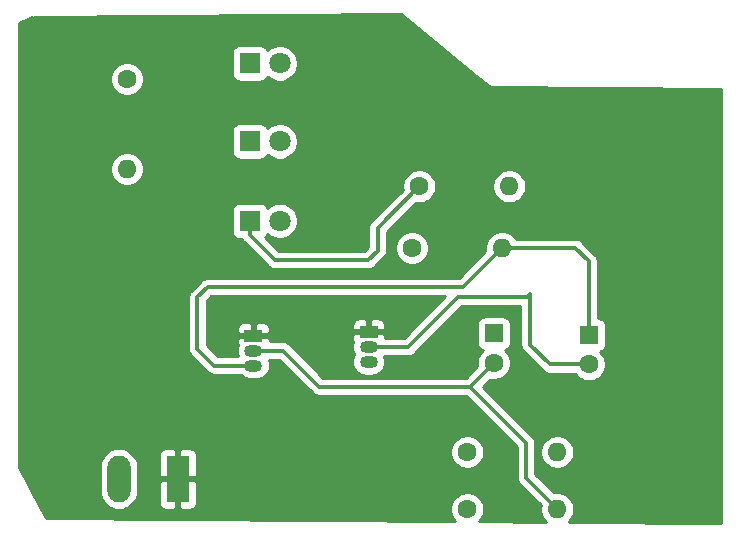
<source format=gbr>
%TF.GenerationSoftware,KiCad,Pcbnew,(5.1.6)-1*%
%TF.CreationDate,2020-09-30T19:57:20-06:00*%
%TF.ProjectId,PCB_LDE,5043425f-4c44-4452-9e6b-696361645f70,v1.0*%
%TF.SameCoordinates,Original*%
%TF.FileFunction,Copper,L2,Bot*%
%TF.FilePolarity,Positive*%
%FSLAX46Y46*%
G04 Gerber Fmt 4.6, Leading zero omitted, Abs format (unit mm)*
G04 Created by KiCad (PCBNEW (5.1.6)-1) date 2020-09-30 19:57:20*
%MOMM*%
%LPD*%
G01*
G04 APERTURE LIST*
%TA.AperFunction,ComponentPad*%
%ADD10R,1.600000X1.600000*%
%TD*%
%TA.AperFunction,ComponentPad*%
%ADD11C,1.600000*%
%TD*%
%TA.AperFunction,ComponentPad*%
%ADD12R,1.800000X1.800000*%
%TD*%
%TA.AperFunction,ComponentPad*%
%ADD13C,1.800000*%
%TD*%
%TA.AperFunction,ComponentPad*%
%ADD14O,1.500000X1.050000*%
%TD*%
%TA.AperFunction,ComponentPad*%
%ADD15R,1.500000X1.050000*%
%TD*%
%TA.AperFunction,ComponentPad*%
%ADD16O,1.600000X1.600000*%
%TD*%
%TA.AperFunction,ComponentPad*%
%ADD17R,1.980000X3.960000*%
%TD*%
%TA.AperFunction,ComponentPad*%
%ADD18O,1.980000X3.960000*%
%TD*%
%TA.AperFunction,Conductor*%
%ADD19C,0.300000*%
%TD*%
%TA.AperFunction,Conductor*%
%ADD20C,0.254000*%
%TD*%
G04 APERTURE END LIST*
D10*
%TO.P,C1,1*%
%TO.N,Net-(C1-Pad1)*%
X154559000Y-105156000D03*
D11*
%TO.P,C1,2*%
%TO.N,Net-(C1-Pad2)*%
X154559000Y-107656000D03*
%TD*%
%TO.P,C2,2*%
%TO.N,Net-(C2-Pad2)*%
X146507200Y-107529000D03*
D10*
%TO.P,C2,1*%
%TO.N,Net-(C2-Pad1)*%
X146507200Y-105029000D03*
%TD*%
D12*
%TO.P,D1,1*%
%TO.N,Net-(D1-Pad1)*%
X125857000Y-82169000D03*
D13*
%TO.P,D1,2*%
%TO.N,VCC*%
X128397000Y-82169000D03*
%TD*%
%TO.P,D2,2*%
%TO.N,VCC*%
X128397000Y-95504000D03*
D12*
%TO.P,D2,1*%
%TO.N,Net-(D2-Pad1)*%
X125857000Y-95504000D03*
%TD*%
%TO.P,D3,1*%
%TO.N,Net-(D3-Pad1)*%
X125857000Y-88773000D03*
D13*
%TO.P,D3,2*%
%TO.N,VCC*%
X128397000Y-88773000D03*
%TD*%
D14*
%TO.P,Q1,2*%
%TO.N,Net-(C2-Pad2)*%
X126161800Y-106476800D03*
%TO.P,Q1,3*%
%TO.N,Net-(C1-Pad1)*%
X126161800Y-107746800D03*
D15*
%TO.P,Q1,1*%
%TO.N,Earth*%
X126161800Y-105206800D03*
%TD*%
%TO.P,Q2,1*%
%TO.N,Earth*%
X135915400Y-104902000D03*
D14*
%TO.P,Q2,3*%
%TO.N,Net-(C2-Pad1)*%
X135915400Y-107442000D03*
%TO.P,Q2,2*%
%TO.N,Net-(C1-Pad2)*%
X135915400Y-106172000D03*
%TD*%
D11*
%TO.P,R1,1*%
%TO.N,Net-(D1-Pad1)*%
X139573000Y-97790000D03*
D16*
%TO.P,R1,2*%
%TO.N,Net-(C1-Pad1)*%
X147193000Y-97790000D03*
%TD*%
D11*
%TO.P,R2,1*%
%TO.N,Net-(D2-Pad1)*%
X140208000Y-92583000D03*
D16*
%TO.P,R2,2*%
%TO.N,Net-(C1-Pad1)*%
X147828000Y-92583000D03*
%TD*%
%TO.P,R3,2*%
%TO.N,Net-(C2-Pad2)*%
X151892000Y-119888000D03*
D11*
%TO.P,R3,1*%
%TO.N,VCC*%
X144272000Y-119888000D03*
%TD*%
%TO.P,R4,1*%
%TO.N,VCC*%
X115443000Y-83489800D03*
D16*
%TO.P,R4,2*%
%TO.N,Net-(C1-Pad2)*%
X115443000Y-91109800D03*
%TD*%
%TO.P,R5,2*%
%TO.N,Net-(C2-Pad1)*%
X151892000Y-115062000D03*
D11*
%TO.P,R5,1*%
%TO.N,Net-(D3-Pad1)*%
X144272000Y-115062000D03*
%TD*%
D17*
%TO.P,J1,1*%
%TO.N,Earth*%
X119761000Y-117348000D03*
D18*
%TO.P,J1,2*%
%TO.N,VCC*%
X114761000Y-117348000D03*
%TD*%
D19*
%TO.N,Net-(C1-Pad1)*%
X126161800Y-107746800D02*
X122834400Y-107746800D01*
X122834400Y-107746800D02*
X121412000Y-106324400D01*
X121412000Y-106324400D02*
X121412000Y-101981000D01*
X121412000Y-101981000D02*
X122275600Y-101117400D01*
X143865600Y-101117400D02*
X147193000Y-97790000D01*
X122275600Y-101117400D02*
X143865600Y-101117400D01*
X147193000Y-97790000D02*
X153416000Y-97790000D01*
X154559000Y-98933000D02*
X154559000Y-105156000D01*
X153416000Y-97790000D02*
X154559000Y-98933000D01*
%TO.N,Net-(C1-Pad2)*%
X154559000Y-107656000D02*
X151242400Y-107656000D01*
X151242400Y-107656000D02*
X149555200Y-105968800D01*
X149555200Y-105968800D02*
X149555200Y-101727000D01*
X149555200Y-101727000D02*
X149377400Y-101904800D01*
X149377400Y-101904800D02*
X143510000Y-101904800D01*
X139242800Y-106172000D02*
X135915400Y-106172000D01*
X143510000Y-101904800D02*
X139242800Y-106172000D01*
%TO.N,Net-(C2-Pad2)*%
X126161800Y-106476800D02*
X128676400Y-106476800D01*
X128676400Y-106476800D02*
X131749800Y-109550200D01*
X144486000Y-109550200D02*
X146507200Y-107529000D01*
X131749800Y-109550200D02*
X144486000Y-109550200D01*
X151892000Y-119888000D02*
X149250400Y-117246400D01*
X149250400Y-114314600D02*
X144486000Y-109550200D01*
X149250400Y-117246400D02*
X149250400Y-114314600D01*
%TO.N,Net-(D2-Pad1)*%
X125857000Y-96704000D02*
X127984400Y-98831400D01*
X125857000Y-95504000D02*
X125857000Y-96704000D01*
X127984400Y-98831400D02*
X135864600Y-98831400D01*
X135864600Y-98831400D02*
X136677400Y-98018600D01*
X136677400Y-96113600D02*
X140208000Y-92583000D01*
X136677400Y-98018600D02*
X136677400Y-96113600D01*
%TD*%
D20*
%TO.N,Earth*%
G36*
X144978212Y-83231860D02*
G01*
X144980630Y-83233821D01*
X146072830Y-84097421D01*
X146093779Y-84110874D01*
X146116949Y-84119982D01*
X146149966Y-84124789D01*
X165760227Y-84377173D01*
X165709776Y-121055555D01*
X152839340Y-120970056D01*
X153006637Y-120802759D01*
X153163680Y-120567727D01*
X153271853Y-120306574D01*
X153327000Y-120029335D01*
X153327000Y-119746665D01*
X153271853Y-119469426D01*
X153163680Y-119208273D01*
X153006637Y-118973241D01*
X152806759Y-118773363D01*
X152571727Y-118616320D01*
X152310574Y-118508147D01*
X152033335Y-118453000D01*
X151750665Y-118453000D01*
X151597603Y-118483446D01*
X150035400Y-116921243D01*
X150035400Y-114920665D01*
X150457000Y-114920665D01*
X150457000Y-115203335D01*
X150512147Y-115480574D01*
X150620320Y-115741727D01*
X150777363Y-115976759D01*
X150977241Y-116176637D01*
X151212273Y-116333680D01*
X151473426Y-116441853D01*
X151750665Y-116497000D01*
X152033335Y-116497000D01*
X152310574Y-116441853D01*
X152571727Y-116333680D01*
X152806759Y-116176637D01*
X153006637Y-115976759D01*
X153163680Y-115741727D01*
X153271853Y-115480574D01*
X153327000Y-115203335D01*
X153327000Y-114920665D01*
X153271853Y-114643426D01*
X153163680Y-114382273D01*
X153006637Y-114147241D01*
X152806759Y-113947363D01*
X152571727Y-113790320D01*
X152310574Y-113682147D01*
X152033335Y-113627000D01*
X151750665Y-113627000D01*
X151473426Y-113682147D01*
X151212273Y-113790320D01*
X150977241Y-113947363D01*
X150777363Y-114147241D01*
X150620320Y-114382273D01*
X150512147Y-114643426D01*
X150457000Y-114920665D01*
X150035400Y-114920665D01*
X150035400Y-114353152D01*
X150039197Y-114314599D01*
X150035400Y-114276046D01*
X150035400Y-114276039D01*
X150024041Y-114160713D01*
X150019955Y-114147241D01*
X149979154Y-114012740D01*
X149906262Y-113876367D01*
X149808164Y-113756836D01*
X149778216Y-113732258D01*
X145596157Y-109550200D01*
X146212804Y-108933554D01*
X146365865Y-108964000D01*
X146648535Y-108964000D01*
X146925774Y-108908853D01*
X147186927Y-108800680D01*
X147421959Y-108643637D01*
X147621837Y-108443759D01*
X147778880Y-108208727D01*
X147887053Y-107947574D01*
X147942200Y-107670335D01*
X147942200Y-107387665D01*
X147887053Y-107110426D01*
X147778880Y-106849273D01*
X147621837Y-106614241D01*
X147455257Y-106447661D01*
X147551380Y-106418502D01*
X147661694Y-106359537D01*
X147758385Y-106280185D01*
X147837737Y-106183494D01*
X147896702Y-106073180D01*
X147933012Y-105953482D01*
X147945272Y-105829000D01*
X147945272Y-104229000D01*
X147933012Y-104104518D01*
X147896702Y-103984820D01*
X147837737Y-103874506D01*
X147758385Y-103777815D01*
X147661694Y-103698463D01*
X147551380Y-103639498D01*
X147431682Y-103603188D01*
X147307200Y-103590928D01*
X145707200Y-103590928D01*
X145582718Y-103603188D01*
X145463020Y-103639498D01*
X145352706Y-103698463D01*
X145256015Y-103777815D01*
X145176663Y-103874506D01*
X145117698Y-103984820D01*
X145081388Y-104104518D01*
X145069128Y-104229000D01*
X145069128Y-105829000D01*
X145081388Y-105953482D01*
X145117698Y-106073180D01*
X145176663Y-106183494D01*
X145256015Y-106280185D01*
X145352706Y-106359537D01*
X145463020Y-106418502D01*
X145559143Y-106447661D01*
X145392563Y-106614241D01*
X145235520Y-106849273D01*
X145127347Y-107110426D01*
X145072200Y-107387665D01*
X145072200Y-107670335D01*
X145102646Y-107823396D01*
X144160843Y-108765200D01*
X132074958Y-108765200D01*
X129258747Y-105948990D01*
X129234164Y-105919036D01*
X129114633Y-105820938D01*
X128978260Y-105748046D01*
X128830287Y-105703159D01*
X128714961Y-105691800D01*
X128714953Y-105691800D01*
X128676400Y-105688003D01*
X128637847Y-105691800D01*
X127549358Y-105691800D01*
X127546800Y-105492550D01*
X127388050Y-105333800D01*
X126614909Y-105333800D01*
X126614200Y-105333585D01*
X126443779Y-105316800D01*
X125879821Y-105316800D01*
X125709400Y-105333585D01*
X125708691Y-105333800D01*
X124935550Y-105333800D01*
X124776800Y-105492550D01*
X124773728Y-105731800D01*
X124785988Y-105856282D01*
X124822298Y-105975980D01*
X124856893Y-106040702D01*
X124793585Y-106249400D01*
X124771188Y-106476800D01*
X124793585Y-106704200D01*
X124859915Y-106922860D01*
X124880729Y-106961800D01*
X123159558Y-106961800D01*
X122197000Y-105999243D01*
X122197000Y-104681800D01*
X124773728Y-104681800D01*
X124776800Y-104921050D01*
X124935550Y-105079800D01*
X126034800Y-105079800D01*
X126034800Y-104205550D01*
X126288800Y-104205550D01*
X126288800Y-105079800D01*
X127388050Y-105079800D01*
X127546800Y-104921050D01*
X127549872Y-104681800D01*
X127537612Y-104557318D01*
X127501302Y-104437620D01*
X127468900Y-104377000D01*
X134527328Y-104377000D01*
X134530400Y-104616250D01*
X134689150Y-104775000D01*
X135788400Y-104775000D01*
X135788400Y-103900750D01*
X136042400Y-103900750D01*
X136042400Y-104775000D01*
X137141650Y-104775000D01*
X137300400Y-104616250D01*
X137303472Y-104377000D01*
X137291212Y-104252518D01*
X137254902Y-104132820D01*
X137195937Y-104022506D01*
X137116585Y-103925815D01*
X137019894Y-103846463D01*
X136909580Y-103787498D01*
X136789882Y-103751188D01*
X136665400Y-103738928D01*
X136201150Y-103742000D01*
X136042400Y-103900750D01*
X135788400Y-103900750D01*
X135629650Y-103742000D01*
X135165400Y-103738928D01*
X135040918Y-103751188D01*
X134921220Y-103787498D01*
X134810906Y-103846463D01*
X134714215Y-103925815D01*
X134634863Y-104022506D01*
X134575898Y-104132820D01*
X134539588Y-104252518D01*
X134527328Y-104377000D01*
X127468900Y-104377000D01*
X127442337Y-104327306D01*
X127362985Y-104230615D01*
X127266294Y-104151263D01*
X127155980Y-104092298D01*
X127036282Y-104055988D01*
X126911800Y-104043728D01*
X126447550Y-104046800D01*
X126288800Y-104205550D01*
X126034800Y-104205550D01*
X125876050Y-104046800D01*
X125411800Y-104043728D01*
X125287318Y-104055988D01*
X125167620Y-104092298D01*
X125057306Y-104151263D01*
X124960615Y-104230615D01*
X124881263Y-104327306D01*
X124822298Y-104437620D01*
X124785988Y-104557318D01*
X124773728Y-104681800D01*
X122197000Y-104681800D01*
X122197000Y-102306157D01*
X122600757Y-101902400D01*
X142402242Y-101902400D01*
X138917643Y-105387000D01*
X137302958Y-105387000D01*
X137300400Y-105187750D01*
X137141650Y-105029000D01*
X136368509Y-105029000D01*
X136367800Y-105028785D01*
X136197379Y-105012000D01*
X135633421Y-105012000D01*
X135463000Y-105028785D01*
X135462291Y-105029000D01*
X134689150Y-105029000D01*
X134530400Y-105187750D01*
X134527328Y-105427000D01*
X134539588Y-105551482D01*
X134575898Y-105671180D01*
X134610493Y-105735902D01*
X134547185Y-105944600D01*
X134524788Y-106172000D01*
X134547185Y-106399400D01*
X134613515Y-106618060D01*
X134714505Y-106807000D01*
X134613515Y-106995940D01*
X134547185Y-107214600D01*
X134524788Y-107442000D01*
X134547185Y-107669400D01*
X134613515Y-107888060D01*
X134721229Y-108089579D01*
X134866188Y-108266212D01*
X135042821Y-108411171D01*
X135244340Y-108518885D01*
X135463000Y-108585215D01*
X135633421Y-108602000D01*
X136197379Y-108602000D01*
X136367800Y-108585215D01*
X136586460Y-108518885D01*
X136787979Y-108411171D01*
X136964612Y-108266212D01*
X137109571Y-108089579D01*
X137217285Y-107888060D01*
X137283615Y-107669400D01*
X137306012Y-107442000D01*
X137283615Y-107214600D01*
X137217285Y-106995940D01*
X137196471Y-106957000D01*
X139204247Y-106957000D01*
X139242800Y-106960797D01*
X139281353Y-106957000D01*
X139281361Y-106957000D01*
X139396687Y-106945641D01*
X139544660Y-106900754D01*
X139681033Y-106827862D01*
X139800564Y-106729764D01*
X139825147Y-106699810D01*
X143835158Y-102689800D01*
X148770201Y-102689800D01*
X148770200Y-105930247D01*
X148766403Y-105968800D01*
X148770200Y-106007353D01*
X148770200Y-106007360D01*
X148781559Y-106122686D01*
X148826446Y-106270659D01*
X148899338Y-106407032D01*
X148997436Y-106526564D01*
X149027390Y-106551147D01*
X150660058Y-108183816D01*
X150684636Y-108213764D01*
X150714584Y-108238342D01*
X150714587Y-108238345D01*
X150743959Y-108262450D01*
X150804167Y-108311862D01*
X150940540Y-108384754D01*
X151088512Y-108429641D01*
X151102890Y-108431057D01*
X151203839Y-108441000D01*
X151203846Y-108441000D01*
X151242399Y-108444797D01*
X151280952Y-108441000D01*
X153357661Y-108441000D01*
X153444363Y-108570759D01*
X153644241Y-108770637D01*
X153879273Y-108927680D01*
X154140426Y-109035853D01*
X154417665Y-109091000D01*
X154700335Y-109091000D01*
X154977574Y-109035853D01*
X155238727Y-108927680D01*
X155473759Y-108770637D01*
X155673637Y-108570759D01*
X155830680Y-108335727D01*
X155938853Y-108074574D01*
X155994000Y-107797335D01*
X155994000Y-107514665D01*
X155938853Y-107237426D01*
X155830680Y-106976273D01*
X155673637Y-106741241D01*
X155507057Y-106574661D01*
X155603180Y-106545502D01*
X155713494Y-106486537D01*
X155810185Y-106407185D01*
X155889537Y-106310494D01*
X155948502Y-106200180D01*
X155984812Y-106080482D01*
X155997072Y-105956000D01*
X155997072Y-104356000D01*
X155984812Y-104231518D01*
X155948502Y-104111820D01*
X155889537Y-104001506D01*
X155810185Y-103904815D01*
X155713494Y-103825463D01*
X155603180Y-103766498D01*
X155483482Y-103730188D01*
X155359000Y-103717928D01*
X155344000Y-103717928D01*
X155344000Y-98971552D01*
X155347797Y-98932999D01*
X155344000Y-98894446D01*
X155344000Y-98894439D01*
X155332641Y-98779113D01*
X155287754Y-98631140D01*
X155214862Y-98494767D01*
X155116764Y-98375236D01*
X155086817Y-98350659D01*
X153998347Y-97262190D01*
X153973764Y-97232236D01*
X153854233Y-97134138D01*
X153717860Y-97061246D01*
X153569887Y-97016359D01*
X153454561Y-97005000D01*
X153454553Y-97005000D01*
X153416000Y-97001203D01*
X153377447Y-97005000D01*
X148394339Y-97005000D01*
X148307637Y-96875241D01*
X148107759Y-96675363D01*
X147872727Y-96518320D01*
X147611574Y-96410147D01*
X147334335Y-96355000D01*
X147051665Y-96355000D01*
X146774426Y-96410147D01*
X146513273Y-96518320D01*
X146278241Y-96675363D01*
X146078363Y-96875241D01*
X145921320Y-97110273D01*
X145813147Y-97371426D01*
X145758000Y-97648665D01*
X145758000Y-97931335D01*
X145788446Y-98084396D01*
X143540443Y-100332400D01*
X122314156Y-100332400D01*
X122275600Y-100328603D01*
X122237044Y-100332400D01*
X122237039Y-100332400D01*
X122196626Y-100336380D01*
X122121713Y-100343758D01*
X121973740Y-100388646D01*
X121837367Y-100461538D01*
X121717836Y-100559636D01*
X121693255Y-100589588D01*
X120884185Y-101398658D01*
X120854237Y-101423236D01*
X120829659Y-101453184D01*
X120829655Y-101453188D01*
X120796690Y-101493356D01*
X120756139Y-101542767D01*
X120723976Y-101602940D01*
X120683246Y-101679141D01*
X120638359Y-101827114D01*
X120623203Y-101981000D01*
X120627001Y-102019563D01*
X120627000Y-106285847D01*
X120623203Y-106324400D01*
X120627000Y-106362953D01*
X120627000Y-106362960D01*
X120638359Y-106478286D01*
X120683246Y-106626259D01*
X120756138Y-106762632D01*
X120854236Y-106882164D01*
X120884190Y-106906747D01*
X122252058Y-108274616D01*
X122276636Y-108304564D01*
X122306584Y-108329142D01*
X122306587Y-108329145D01*
X122335959Y-108353250D01*
X122396167Y-108402662D01*
X122532540Y-108475554D01*
X122646072Y-108509994D01*
X122680512Y-108520441D01*
X122694890Y-108521857D01*
X122795839Y-108531800D01*
X122795846Y-108531800D01*
X122834399Y-108535597D01*
X122872952Y-108531800D01*
X125080408Y-108531800D01*
X125112588Y-108571012D01*
X125289221Y-108715971D01*
X125490740Y-108823685D01*
X125709400Y-108890015D01*
X125879821Y-108906800D01*
X126443779Y-108906800D01*
X126614200Y-108890015D01*
X126832860Y-108823685D01*
X127034379Y-108715971D01*
X127211012Y-108571012D01*
X127355971Y-108394379D01*
X127463685Y-108192860D01*
X127530015Y-107974200D01*
X127552412Y-107746800D01*
X127530015Y-107519400D01*
X127463685Y-107300740D01*
X127442871Y-107261800D01*
X128351243Y-107261800D01*
X131167458Y-110078016D01*
X131192036Y-110107964D01*
X131221984Y-110132542D01*
X131221987Y-110132545D01*
X131251359Y-110156650D01*
X131311567Y-110206062D01*
X131447940Y-110278954D01*
X131595913Y-110323842D01*
X131670826Y-110331220D01*
X131711239Y-110335200D01*
X131711244Y-110335200D01*
X131749800Y-110338997D01*
X131788355Y-110335200D01*
X144160843Y-110335200D01*
X148465401Y-114639759D01*
X148465400Y-117207847D01*
X148461603Y-117246400D01*
X148465400Y-117284953D01*
X148465400Y-117284960D01*
X148476759Y-117400286D01*
X148521646Y-117548259D01*
X148594538Y-117684632D01*
X148692636Y-117804164D01*
X148722590Y-117828747D01*
X150487446Y-119593603D01*
X150457000Y-119746665D01*
X150457000Y-120029335D01*
X150512147Y-120306574D01*
X150620320Y-120567727D01*
X150777363Y-120802759D01*
X150931990Y-120957386D01*
X145269626Y-120919770D01*
X145386637Y-120802759D01*
X145543680Y-120567727D01*
X145651853Y-120306574D01*
X145707000Y-120029335D01*
X145707000Y-119746665D01*
X145651853Y-119469426D01*
X145543680Y-119208273D01*
X145386637Y-118973241D01*
X145186759Y-118773363D01*
X144951727Y-118616320D01*
X144690574Y-118508147D01*
X144413335Y-118453000D01*
X144130665Y-118453000D01*
X143853426Y-118508147D01*
X143592273Y-118616320D01*
X143357241Y-118773363D01*
X143157363Y-118973241D01*
X143000320Y-119208273D01*
X142892147Y-119469426D01*
X142837000Y-119746665D01*
X142837000Y-120029335D01*
X142892147Y-120306574D01*
X143000320Y-120567727D01*
X143157363Y-120802759D01*
X143261031Y-120906427D01*
X108560959Y-120675913D01*
X107392982Y-118417823D01*
X113136000Y-118417823D01*
X113159513Y-118656555D01*
X113252432Y-118962868D01*
X113403325Y-119245169D01*
X113606392Y-119492608D01*
X113853830Y-119695675D01*
X114136131Y-119846568D01*
X114442444Y-119939487D01*
X114761000Y-119970862D01*
X115079555Y-119939487D01*
X115385868Y-119846568D01*
X115668169Y-119695675D01*
X115915608Y-119492608D01*
X116050698Y-119328000D01*
X118132928Y-119328000D01*
X118145188Y-119452482D01*
X118181498Y-119572180D01*
X118240463Y-119682494D01*
X118319815Y-119779185D01*
X118416506Y-119858537D01*
X118526820Y-119917502D01*
X118646518Y-119953812D01*
X118771000Y-119966072D01*
X119475250Y-119963000D01*
X119634000Y-119804250D01*
X119634000Y-117475000D01*
X119888000Y-117475000D01*
X119888000Y-119804250D01*
X120046750Y-119963000D01*
X120751000Y-119966072D01*
X120875482Y-119953812D01*
X120995180Y-119917502D01*
X121105494Y-119858537D01*
X121202185Y-119779185D01*
X121281537Y-119682494D01*
X121340502Y-119572180D01*
X121376812Y-119452482D01*
X121389072Y-119328000D01*
X121386000Y-117633750D01*
X121227250Y-117475000D01*
X119888000Y-117475000D01*
X119634000Y-117475000D01*
X118294750Y-117475000D01*
X118136000Y-117633750D01*
X118132928Y-119328000D01*
X116050698Y-119328000D01*
X116118675Y-119245170D01*
X116269568Y-118962869D01*
X116362487Y-118656556D01*
X116386000Y-118417824D01*
X116386000Y-116278176D01*
X116362487Y-116039444D01*
X116269568Y-115733131D01*
X116118675Y-115450830D01*
X116050699Y-115368000D01*
X118132928Y-115368000D01*
X118136000Y-117062250D01*
X118294750Y-117221000D01*
X119634000Y-117221000D01*
X119634000Y-114891750D01*
X119888000Y-114891750D01*
X119888000Y-117221000D01*
X121227250Y-117221000D01*
X121386000Y-117062250D01*
X121389072Y-115368000D01*
X121376812Y-115243518D01*
X121340502Y-115123820D01*
X121281537Y-115013506D01*
X121205345Y-114920665D01*
X142837000Y-114920665D01*
X142837000Y-115203335D01*
X142892147Y-115480574D01*
X143000320Y-115741727D01*
X143157363Y-115976759D01*
X143357241Y-116176637D01*
X143592273Y-116333680D01*
X143853426Y-116441853D01*
X144130665Y-116497000D01*
X144413335Y-116497000D01*
X144690574Y-116441853D01*
X144951727Y-116333680D01*
X145186759Y-116176637D01*
X145386637Y-115976759D01*
X145543680Y-115741727D01*
X145651853Y-115480574D01*
X145707000Y-115203335D01*
X145707000Y-114920665D01*
X145651853Y-114643426D01*
X145543680Y-114382273D01*
X145386637Y-114147241D01*
X145186759Y-113947363D01*
X144951727Y-113790320D01*
X144690574Y-113682147D01*
X144413335Y-113627000D01*
X144130665Y-113627000D01*
X143853426Y-113682147D01*
X143592273Y-113790320D01*
X143357241Y-113947363D01*
X143157363Y-114147241D01*
X143000320Y-114382273D01*
X142892147Y-114643426D01*
X142837000Y-114920665D01*
X121205345Y-114920665D01*
X121202185Y-114916815D01*
X121105494Y-114837463D01*
X120995180Y-114778498D01*
X120875482Y-114742188D01*
X120751000Y-114729928D01*
X120046750Y-114733000D01*
X119888000Y-114891750D01*
X119634000Y-114891750D01*
X119475250Y-114733000D01*
X118771000Y-114729928D01*
X118646518Y-114742188D01*
X118526820Y-114778498D01*
X118416506Y-114837463D01*
X118319815Y-114916815D01*
X118240463Y-115013506D01*
X118181498Y-115123820D01*
X118145188Y-115243518D01*
X118132928Y-115368000D01*
X116050699Y-115368000D01*
X115915608Y-115203392D01*
X115668170Y-115000325D01*
X115385869Y-114849432D01*
X115079556Y-114756513D01*
X114761000Y-114725138D01*
X114442445Y-114756513D01*
X114136132Y-114849432D01*
X113853831Y-115000325D01*
X113606393Y-115203392D01*
X113403326Y-115450830D01*
X113252433Y-115733131D01*
X113159514Y-116039444D01*
X113136001Y-116278176D01*
X113136000Y-118417823D01*
X107392982Y-118417823D01*
X106324400Y-116351899D01*
X106324400Y-94604000D01*
X124318928Y-94604000D01*
X124318928Y-96404000D01*
X124331188Y-96528482D01*
X124367498Y-96648180D01*
X124426463Y-96758494D01*
X124505815Y-96855185D01*
X124602506Y-96934537D01*
X124712820Y-96993502D01*
X124832518Y-97029812D01*
X124957000Y-97042072D01*
X125147602Y-97042072D01*
X125201139Y-97142233D01*
X125241690Y-97191644D01*
X125274655Y-97231812D01*
X125274659Y-97231816D01*
X125299237Y-97261764D01*
X125329185Y-97286342D01*
X127402058Y-99359216D01*
X127426636Y-99389164D01*
X127456584Y-99413742D01*
X127456587Y-99413745D01*
X127485959Y-99437850D01*
X127546167Y-99487262D01*
X127682540Y-99560154D01*
X127830513Y-99605042D01*
X127905426Y-99612420D01*
X127945839Y-99616400D01*
X127945844Y-99616400D01*
X127984400Y-99620197D01*
X128022955Y-99616400D01*
X135826047Y-99616400D01*
X135864600Y-99620197D01*
X135903153Y-99616400D01*
X135903161Y-99616400D01*
X136018487Y-99605041D01*
X136166460Y-99560154D01*
X136302833Y-99487262D01*
X136422364Y-99389164D01*
X136446947Y-99359210D01*
X137205211Y-98600946D01*
X137235164Y-98576364D01*
X137333262Y-98456833D01*
X137406154Y-98320460D01*
X137434131Y-98228233D01*
X137451042Y-98172487D01*
X137462341Y-98057759D01*
X137462400Y-98057161D01*
X137462400Y-98057156D01*
X137466197Y-98018600D01*
X137462400Y-97980044D01*
X137462400Y-97648665D01*
X138138000Y-97648665D01*
X138138000Y-97931335D01*
X138193147Y-98208574D01*
X138301320Y-98469727D01*
X138458363Y-98704759D01*
X138658241Y-98904637D01*
X138893273Y-99061680D01*
X139154426Y-99169853D01*
X139431665Y-99225000D01*
X139714335Y-99225000D01*
X139991574Y-99169853D01*
X140252727Y-99061680D01*
X140487759Y-98904637D01*
X140687637Y-98704759D01*
X140844680Y-98469727D01*
X140952853Y-98208574D01*
X141008000Y-97931335D01*
X141008000Y-97648665D01*
X140952853Y-97371426D01*
X140844680Y-97110273D01*
X140687637Y-96875241D01*
X140487759Y-96675363D01*
X140252727Y-96518320D01*
X139991574Y-96410147D01*
X139714335Y-96355000D01*
X139431665Y-96355000D01*
X139154426Y-96410147D01*
X138893273Y-96518320D01*
X138658241Y-96675363D01*
X138458363Y-96875241D01*
X138301320Y-97110273D01*
X138193147Y-97371426D01*
X138138000Y-97648665D01*
X137462400Y-97648665D01*
X137462400Y-96438757D01*
X139913604Y-93987554D01*
X140066665Y-94018000D01*
X140349335Y-94018000D01*
X140626574Y-93962853D01*
X140887727Y-93854680D01*
X141122759Y-93697637D01*
X141322637Y-93497759D01*
X141479680Y-93262727D01*
X141587853Y-93001574D01*
X141643000Y-92724335D01*
X141643000Y-92441665D01*
X146393000Y-92441665D01*
X146393000Y-92724335D01*
X146448147Y-93001574D01*
X146556320Y-93262727D01*
X146713363Y-93497759D01*
X146913241Y-93697637D01*
X147148273Y-93854680D01*
X147409426Y-93962853D01*
X147686665Y-94018000D01*
X147969335Y-94018000D01*
X148246574Y-93962853D01*
X148507727Y-93854680D01*
X148742759Y-93697637D01*
X148942637Y-93497759D01*
X149099680Y-93262727D01*
X149207853Y-93001574D01*
X149263000Y-92724335D01*
X149263000Y-92441665D01*
X149207853Y-92164426D01*
X149099680Y-91903273D01*
X148942637Y-91668241D01*
X148742759Y-91468363D01*
X148507727Y-91311320D01*
X148246574Y-91203147D01*
X147969335Y-91148000D01*
X147686665Y-91148000D01*
X147409426Y-91203147D01*
X147148273Y-91311320D01*
X146913241Y-91468363D01*
X146713363Y-91668241D01*
X146556320Y-91903273D01*
X146448147Y-92164426D01*
X146393000Y-92441665D01*
X141643000Y-92441665D01*
X141587853Y-92164426D01*
X141479680Y-91903273D01*
X141322637Y-91668241D01*
X141122759Y-91468363D01*
X140887727Y-91311320D01*
X140626574Y-91203147D01*
X140349335Y-91148000D01*
X140066665Y-91148000D01*
X139789426Y-91203147D01*
X139528273Y-91311320D01*
X139293241Y-91468363D01*
X139093363Y-91668241D01*
X138936320Y-91903273D01*
X138828147Y-92164426D01*
X138773000Y-92441665D01*
X138773000Y-92724335D01*
X138803446Y-92877396D01*
X136149585Y-95531258D01*
X136119637Y-95555836D01*
X136095059Y-95585784D01*
X136095055Y-95585788D01*
X136062090Y-95625956D01*
X136021539Y-95675367D01*
X135982577Y-95748260D01*
X135948646Y-95811741D01*
X135903759Y-95959714D01*
X135888603Y-96113600D01*
X135892401Y-96152162D01*
X135892400Y-97693443D01*
X135539443Y-98046400D01*
X128309558Y-98046400D01*
X127158839Y-96895682D01*
X127208185Y-96855185D01*
X127287537Y-96758494D01*
X127346502Y-96648180D01*
X127352056Y-96629873D01*
X127418495Y-96696312D01*
X127669905Y-96864299D01*
X127949257Y-96980011D01*
X128245816Y-97039000D01*
X128548184Y-97039000D01*
X128844743Y-96980011D01*
X129124095Y-96864299D01*
X129375505Y-96696312D01*
X129589312Y-96482505D01*
X129757299Y-96231095D01*
X129873011Y-95951743D01*
X129932000Y-95655184D01*
X129932000Y-95352816D01*
X129873011Y-95056257D01*
X129757299Y-94776905D01*
X129589312Y-94525495D01*
X129375505Y-94311688D01*
X129124095Y-94143701D01*
X128844743Y-94027989D01*
X128548184Y-93969000D01*
X128245816Y-93969000D01*
X127949257Y-94027989D01*
X127669905Y-94143701D01*
X127418495Y-94311688D01*
X127352056Y-94378127D01*
X127346502Y-94359820D01*
X127287537Y-94249506D01*
X127208185Y-94152815D01*
X127111494Y-94073463D01*
X127001180Y-94014498D01*
X126881482Y-93978188D01*
X126757000Y-93965928D01*
X124957000Y-93965928D01*
X124832518Y-93978188D01*
X124712820Y-94014498D01*
X124602506Y-94073463D01*
X124505815Y-94152815D01*
X124426463Y-94249506D01*
X124367498Y-94359820D01*
X124331188Y-94479518D01*
X124318928Y-94604000D01*
X106324400Y-94604000D01*
X106324400Y-90968465D01*
X114008000Y-90968465D01*
X114008000Y-91251135D01*
X114063147Y-91528374D01*
X114171320Y-91789527D01*
X114328363Y-92024559D01*
X114528241Y-92224437D01*
X114763273Y-92381480D01*
X115024426Y-92489653D01*
X115301665Y-92544800D01*
X115584335Y-92544800D01*
X115861574Y-92489653D01*
X116122727Y-92381480D01*
X116357759Y-92224437D01*
X116557637Y-92024559D01*
X116714680Y-91789527D01*
X116822853Y-91528374D01*
X116878000Y-91251135D01*
X116878000Y-90968465D01*
X116822853Y-90691226D01*
X116714680Y-90430073D01*
X116557637Y-90195041D01*
X116357759Y-89995163D01*
X116122727Y-89838120D01*
X115861574Y-89729947D01*
X115584335Y-89674800D01*
X115301665Y-89674800D01*
X115024426Y-89729947D01*
X114763273Y-89838120D01*
X114528241Y-89995163D01*
X114328363Y-90195041D01*
X114171320Y-90430073D01*
X114063147Y-90691226D01*
X114008000Y-90968465D01*
X106324400Y-90968465D01*
X106324400Y-87873000D01*
X124318928Y-87873000D01*
X124318928Y-89673000D01*
X124331188Y-89797482D01*
X124367498Y-89917180D01*
X124426463Y-90027494D01*
X124505815Y-90124185D01*
X124602506Y-90203537D01*
X124712820Y-90262502D01*
X124832518Y-90298812D01*
X124957000Y-90311072D01*
X126757000Y-90311072D01*
X126881482Y-90298812D01*
X127001180Y-90262502D01*
X127111494Y-90203537D01*
X127208185Y-90124185D01*
X127287537Y-90027494D01*
X127346502Y-89917180D01*
X127352056Y-89898873D01*
X127418495Y-89965312D01*
X127669905Y-90133299D01*
X127949257Y-90249011D01*
X128245816Y-90308000D01*
X128548184Y-90308000D01*
X128844743Y-90249011D01*
X129124095Y-90133299D01*
X129375505Y-89965312D01*
X129589312Y-89751505D01*
X129757299Y-89500095D01*
X129873011Y-89220743D01*
X129932000Y-88924184D01*
X129932000Y-88621816D01*
X129873011Y-88325257D01*
X129757299Y-88045905D01*
X129589312Y-87794495D01*
X129375505Y-87580688D01*
X129124095Y-87412701D01*
X128844743Y-87296989D01*
X128548184Y-87238000D01*
X128245816Y-87238000D01*
X127949257Y-87296989D01*
X127669905Y-87412701D01*
X127418495Y-87580688D01*
X127352056Y-87647127D01*
X127346502Y-87628820D01*
X127287537Y-87518506D01*
X127208185Y-87421815D01*
X127111494Y-87342463D01*
X127001180Y-87283498D01*
X126881482Y-87247188D01*
X126757000Y-87234928D01*
X124957000Y-87234928D01*
X124832518Y-87247188D01*
X124712820Y-87283498D01*
X124602506Y-87342463D01*
X124505815Y-87421815D01*
X124426463Y-87518506D01*
X124367498Y-87628820D01*
X124331188Y-87748518D01*
X124318928Y-87873000D01*
X106324400Y-87873000D01*
X106324400Y-83348465D01*
X114008000Y-83348465D01*
X114008000Y-83631135D01*
X114063147Y-83908374D01*
X114171320Y-84169527D01*
X114328363Y-84404559D01*
X114528241Y-84604437D01*
X114763273Y-84761480D01*
X115024426Y-84869653D01*
X115301665Y-84924800D01*
X115584335Y-84924800D01*
X115861574Y-84869653D01*
X116122727Y-84761480D01*
X116357759Y-84604437D01*
X116557637Y-84404559D01*
X116714680Y-84169527D01*
X116822853Y-83908374D01*
X116878000Y-83631135D01*
X116878000Y-83348465D01*
X116822853Y-83071226D01*
X116714680Y-82810073D01*
X116557637Y-82575041D01*
X116357759Y-82375163D01*
X116122727Y-82218120D01*
X115861574Y-82109947D01*
X115584335Y-82054800D01*
X115301665Y-82054800D01*
X115024426Y-82109947D01*
X114763273Y-82218120D01*
X114528241Y-82375163D01*
X114328363Y-82575041D01*
X114171320Y-82810073D01*
X114063147Y-83071226D01*
X114008000Y-83348465D01*
X106324400Y-83348465D01*
X106324400Y-81269000D01*
X124318928Y-81269000D01*
X124318928Y-83069000D01*
X124331188Y-83193482D01*
X124367498Y-83313180D01*
X124426463Y-83423494D01*
X124505815Y-83520185D01*
X124602506Y-83599537D01*
X124712820Y-83658502D01*
X124832518Y-83694812D01*
X124957000Y-83707072D01*
X126757000Y-83707072D01*
X126881482Y-83694812D01*
X127001180Y-83658502D01*
X127111494Y-83599537D01*
X127208185Y-83520185D01*
X127287537Y-83423494D01*
X127346502Y-83313180D01*
X127352056Y-83294873D01*
X127418495Y-83361312D01*
X127669905Y-83529299D01*
X127949257Y-83645011D01*
X128245816Y-83704000D01*
X128548184Y-83704000D01*
X128844743Y-83645011D01*
X129124095Y-83529299D01*
X129375505Y-83361312D01*
X129589312Y-83147505D01*
X129757299Y-82896095D01*
X129873011Y-82616743D01*
X129932000Y-82320184D01*
X129932000Y-82017816D01*
X129873011Y-81721257D01*
X129757299Y-81441905D01*
X129589312Y-81190495D01*
X129375505Y-80976688D01*
X129124095Y-80808701D01*
X128844743Y-80692989D01*
X128548184Y-80634000D01*
X128245816Y-80634000D01*
X127949257Y-80692989D01*
X127669905Y-80808701D01*
X127418495Y-80976688D01*
X127352056Y-81043127D01*
X127346502Y-81024820D01*
X127287537Y-80914506D01*
X127208185Y-80817815D01*
X127111494Y-80738463D01*
X127001180Y-80679498D01*
X126881482Y-80643188D01*
X126757000Y-80630928D01*
X124957000Y-80630928D01*
X124832518Y-80643188D01*
X124712820Y-80679498D01*
X124602506Y-80738463D01*
X124505815Y-80817815D01*
X124426463Y-80914506D01*
X124367498Y-81024820D01*
X124331188Y-81144518D01*
X124318928Y-81269000D01*
X106324400Y-81269000D01*
X106324400Y-78768383D01*
X107385350Y-78248309D01*
X107387129Y-78251646D01*
X107402903Y-78270908D01*
X107422132Y-78286722D01*
X107444076Y-78298482D01*
X107467893Y-78305734D01*
X107492666Y-78308200D01*
X107515518Y-78306151D01*
X107651738Y-78281384D01*
X138689400Y-78003811D01*
X144978212Y-83231860D01*
G37*
X144978212Y-83231860D02*
X144980630Y-83233821D01*
X146072830Y-84097421D01*
X146093779Y-84110874D01*
X146116949Y-84119982D01*
X146149966Y-84124789D01*
X165760227Y-84377173D01*
X165709776Y-121055555D01*
X152839340Y-120970056D01*
X153006637Y-120802759D01*
X153163680Y-120567727D01*
X153271853Y-120306574D01*
X153327000Y-120029335D01*
X153327000Y-119746665D01*
X153271853Y-119469426D01*
X153163680Y-119208273D01*
X153006637Y-118973241D01*
X152806759Y-118773363D01*
X152571727Y-118616320D01*
X152310574Y-118508147D01*
X152033335Y-118453000D01*
X151750665Y-118453000D01*
X151597603Y-118483446D01*
X150035400Y-116921243D01*
X150035400Y-114920665D01*
X150457000Y-114920665D01*
X150457000Y-115203335D01*
X150512147Y-115480574D01*
X150620320Y-115741727D01*
X150777363Y-115976759D01*
X150977241Y-116176637D01*
X151212273Y-116333680D01*
X151473426Y-116441853D01*
X151750665Y-116497000D01*
X152033335Y-116497000D01*
X152310574Y-116441853D01*
X152571727Y-116333680D01*
X152806759Y-116176637D01*
X153006637Y-115976759D01*
X153163680Y-115741727D01*
X153271853Y-115480574D01*
X153327000Y-115203335D01*
X153327000Y-114920665D01*
X153271853Y-114643426D01*
X153163680Y-114382273D01*
X153006637Y-114147241D01*
X152806759Y-113947363D01*
X152571727Y-113790320D01*
X152310574Y-113682147D01*
X152033335Y-113627000D01*
X151750665Y-113627000D01*
X151473426Y-113682147D01*
X151212273Y-113790320D01*
X150977241Y-113947363D01*
X150777363Y-114147241D01*
X150620320Y-114382273D01*
X150512147Y-114643426D01*
X150457000Y-114920665D01*
X150035400Y-114920665D01*
X150035400Y-114353152D01*
X150039197Y-114314599D01*
X150035400Y-114276046D01*
X150035400Y-114276039D01*
X150024041Y-114160713D01*
X150019955Y-114147241D01*
X149979154Y-114012740D01*
X149906262Y-113876367D01*
X149808164Y-113756836D01*
X149778216Y-113732258D01*
X145596157Y-109550200D01*
X146212804Y-108933554D01*
X146365865Y-108964000D01*
X146648535Y-108964000D01*
X146925774Y-108908853D01*
X147186927Y-108800680D01*
X147421959Y-108643637D01*
X147621837Y-108443759D01*
X147778880Y-108208727D01*
X147887053Y-107947574D01*
X147942200Y-107670335D01*
X147942200Y-107387665D01*
X147887053Y-107110426D01*
X147778880Y-106849273D01*
X147621837Y-106614241D01*
X147455257Y-106447661D01*
X147551380Y-106418502D01*
X147661694Y-106359537D01*
X147758385Y-106280185D01*
X147837737Y-106183494D01*
X147896702Y-106073180D01*
X147933012Y-105953482D01*
X147945272Y-105829000D01*
X147945272Y-104229000D01*
X147933012Y-104104518D01*
X147896702Y-103984820D01*
X147837737Y-103874506D01*
X147758385Y-103777815D01*
X147661694Y-103698463D01*
X147551380Y-103639498D01*
X147431682Y-103603188D01*
X147307200Y-103590928D01*
X145707200Y-103590928D01*
X145582718Y-103603188D01*
X145463020Y-103639498D01*
X145352706Y-103698463D01*
X145256015Y-103777815D01*
X145176663Y-103874506D01*
X145117698Y-103984820D01*
X145081388Y-104104518D01*
X145069128Y-104229000D01*
X145069128Y-105829000D01*
X145081388Y-105953482D01*
X145117698Y-106073180D01*
X145176663Y-106183494D01*
X145256015Y-106280185D01*
X145352706Y-106359537D01*
X145463020Y-106418502D01*
X145559143Y-106447661D01*
X145392563Y-106614241D01*
X145235520Y-106849273D01*
X145127347Y-107110426D01*
X145072200Y-107387665D01*
X145072200Y-107670335D01*
X145102646Y-107823396D01*
X144160843Y-108765200D01*
X132074958Y-108765200D01*
X129258747Y-105948990D01*
X129234164Y-105919036D01*
X129114633Y-105820938D01*
X128978260Y-105748046D01*
X128830287Y-105703159D01*
X128714961Y-105691800D01*
X128714953Y-105691800D01*
X128676400Y-105688003D01*
X128637847Y-105691800D01*
X127549358Y-105691800D01*
X127546800Y-105492550D01*
X127388050Y-105333800D01*
X126614909Y-105333800D01*
X126614200Y-105333585D01*
X126443779Y-105316800D01*
X125879821Y-105316800D01*
X125709400Y-105333585D01*
X125708691Y-105333800D01*
X124935550Y-105333800D01*
X124776800Y-105492550D01*
X124773728Y-105731800D01*
X124785988Y-105856282D01*
X124822298Y-105975980D01*
X124856893Y-106040702D01*
X124793585Y-106249400D01*
X124771188Y-106476800D01*
X124793585Y-106704200D01*
X124859915Y-106922860D01*
X124880729Y-106961800D01*
X123159558Y-106961800D01*
X122197000Y-105999243D01*
X122197000Y-104681800D01*
X124773728Y-104681800D01*
X124776800Y-104921050D01*
X124935550Y-105079800D01*
X126034800Y-105079800D01*
X126034800Y-104205550D01*
X126288800Y-104205550D01*
X126288800Y-105079800D01*
X127388050Y-105079800D01*
X127546800Y-104921050D01*
X127549872Y-104681800D01*
X127537612Y-104557318D01*
X127501302Y-104437620D01*
X127468900Y-104377000D01*
X134527328Y-104377000D01*
X134530400Y-104616250D01*
X134689150Y-104775000D01*
X135788400Y-104775000D01*
X135788400Y-103900750D01*
X136042400Y-103900750D01*
X136042400Y-104775000D01*
X137141650Y-104775000D01*
X137300400Y-104616250D01*
X137303472Y-104377000D01*
X137291212Y-104252518D01*
X137254902Y-104132820D01*
X137195937Y-104022506D01*
X137116585Y-103925815D01*
X137019894Y-103846463D01*
X136909580Y-103787498D01*
X136789882Y-103751188D01*
X136665400Y-103738928D01*
X136201150Y-103742000D01*
X136042400Y-103900750D01*
X135788400Y-103900750D01*
X135629650Y-103742000D01*
X135165400Y-103738928D01*
X135040918Y-103751188D01*
X134921220Y-103787498D01*
X134810906Y-103846463D01*
X134714215Y-103925815D01*
X134634863Y-104022506D01*
X134575898Y-104132820D01*
X134539588Y-104252518D01*
X134527328Y-104377000D01*
X127468900Y-104377000D01*
X127442337Y-104327306D01*
X127362985Y-104230615D01*
X127266294Y-104151263D01*
X127155980Y-104092298D01*
X127036282Y-104055988D01*
X126911800Y-104043728D01*
X126447550Y-104046800D01*
X126288800Y-104205550D01*
X126034800Y-104205550D01*
X125876050Y-104046800D01*
X125411800Y-104043728D01*
X125287318Y-104055988D01*
X125167620Y-104092298D01*
X125057306Y-104151263D01*
X124960615Y-104230615D01*
X124881263Y-104327306D01*
X124822298Y-104437620D01*
X124785988Y-104557318D01*
X124773728Y-104681800D01*
X122197000Y-104681800D01*
X122197000Y-102306157D01*
X122600757Y-101902400D01*
X142402242Y-101902400D01*
X138917643Y-105387000D01*
X137302958Y-105387000D01*
X137300400Y-105187750D01*
X137141650Y-105029000D01*
X136368509Y-105029000D01*
X136367800Y-105028785D01*
X136197379Y-105012000D01*
X135633421Y-105012000D01*
X135463000Y-105028785D01*
X135462291Y-105029000D01*
X134689150Y-105029000D01*
X134530400Y-105187750D01*
X134527328Y-105427000D01*
X134539588Y-105551482D01*
X134575898Y-105671180D01*
X134610493Y-105735902D01*
X134547185Y-105944600D01*
X134524788Y-106172000D01*
X134547185Y-106399400D01*
X134613515Y-106618060D01*
X134714505Y-106807000D01*
X134613515Y-106995940D01*
X134547185Y-107214600D01*
X134524788Y-107442000D01*
X134547185Y-107669400D01*
X134613515Y-107888060D01*
X134721229Y-108089579D01*
X134866188Y-108266212D01*
X135042821Y-108411171D01*
X135244340Y-108518885D01*
X135463000Y-108585215D01*
X135633421Y-108602000D01*
X136197379Y-108602000D01*
X136367800Y-108585215D01*
X136586460Y-108518885D01*
X136787979Y-108411171D01*
X136964612Y-108266212D01*
X137109571Y-108089579D01*
X137217285Y-107888060D01*
X137283615Y-107669400D01*
X137306012Y-107442000D01*
X137283615Y-107214600D01*
X137217285Y-106995940D01*
X137196471Y-106957000D01*
X139204247Y-106957000D01*
X139242800Y-106960797D01*
X139281353Y-106957000D01*
X139281361Y-106957000D01*
X139396687Y-106945641D01*
X139544660Y-106900754D01*
X139681033Y-106827862D01*
X139800564Y-106729764D01*
X139825147Y-106699810D01*
X143835158Y-102689800D01*
X148770201Y-102689800D01*
X148770200Y-105930247D01*
X148766403Y-105968800D01*
X148770200Y-106007353D01*
X148770200Y-106007360D01*
X148781559Y-106122686D01*
X148826446Y-106270659D01*
X148899338Y-106407032D01*
X148997436Y-106526564D01*
X149027390Y-106551147D01*
X150660058Y-108183816D01*
X150684636Y-108213764D01*
X150714584Y-108238342D01*
X150714587Y-108238345D01*
X150743959Y-108262450D01*
X150804167Y-108311862D01*
X150940540Y-108384754D01*
X151088512Y-108429641D01*
X151102890Y-108431057D01*
X151203839Y-108441000D01*
X151203846Y-108441000D01*
X151242399Y-108444797D01*
X151280952Y-108441000D01*
X153357661Y-108441000D01*
X153444363Y-108570759D01*
X153644241Y-108770637D01*
X153879273Y-108927680D01*
X154140426Y-109035853D01*
X154417665Y-109091000D01*
X154700335Y-109091000D01*
X154977574Y-109035853D01*
X155238727Y-108927680D01*
X155473759Y-108770637D01*
X155673637Y-108570759D01*
X155830680Y-108335727D01*
X155938853Y-108074574D01*
X155994000Y-107797335D01*
X155994000Y-107514665D01*
X155938853Y-107237426D01*
X155830680Y-106976273D01*
X155673637Y-106741241D01*
X155507057Y-106574661D01*
X155603180Y-106545502D01*
X155713494Y-106486537D01*
X155810185Y-106407185D01*
X155889537Y-106310494D01*
X155948502Y-106200180D01*
X155984812Y-106080482D01*
X155997072Y-105956000D01*
X155997072Y-104356000D01*
X155984812Y-104231518D01*
X155948502Y-104111820D01*
X155889537Y-104001506D01*
X155810185Y-103904815D01*
X155713494Y-103825463D01*
X155603180Y-103766498D01*
X155483482Y-103730188D01*
X155359000Y-103717928D01*
X155344000Y-103717928D01*
X155344000Y-98971552D01*
X155347797Y-98932999D01*
X155344000Y-98894446D01*
X155344000Y-98894439D01*
X155332641Y-98779113D01*
X155287754Y-98631140D01*
X155214862Y-98494767D01*
X155116764Y-98375236D01*
X155086817Y-98350659D01*
X153998347Y-97262190D01*
X153973764Y-97232236D01*
X153854233Y-97134138D01*
X153717860Y-97061246D01*
X153569887Y-97016359D01*
X153454561Y-97005000D01*
X153454553Y-97005000D01*
X153416000Y-97001203D01*
X153377447Y-97005000D01*
X148394339Y-97005000D01*
X148307637Y-96875241D01*
X148107759Y-96675363D01*
X147872727Y-96518320D01*
X147611574Y-96410147D01*
X147334335Y-96355000D01*
X147051665Y-96355000D01*
X146774426Y-96410147D01*
X146513273Y-96518320D01*
X146278241Y-96675363D01*
X146078363Y-96875241D01*
X145921320Y-97110273D01*
X145813147Y-97371426D01*
X145758000Y-97648665D01*
X145758000Y-97931335D01*
X145788446Y-98084396D01*
X143540443Y-100332400D01*
X122314156Y-100332400D01*
X122275600Y-100328603D01*
X122237044Y-100332400D01*
X122237039Y-100332400D01*
X122196626Y-100336380D01*
X122121713Y-100343758D01*
X121973740Y-100388646D01*
X121837367Y-100461538D01*
X121717836Y-100559636D01*
X121693255Y-100589588D01*
X120884185Y-101398658D01*
X120854237Y-101423236D01*
X120829659Y-101453184D01*
X120829655Y-101453188D01*
X120796690Y-101493356D01*
X120756139Y-101542767D01*
X120723976Y-101602940D01*
X120683246Y-101679141D01*
X120638359Y-101827114D01*
X120623203Y-101981000D01*
X120627001Y-102019563D01*
X120627000Y-106285847D01*
X120623203Y-106324400D01*
X120627000Y-106362953D01*
X120627000Y-106362960D01*
X120638359Y-106478286D01*
X120683246Y-106626259D01*
X120756138Y-106762632D01*
X120854236Y-106882164D01*
X120884190Y-106906747D01*
X122252058Y-108274616D01*
X122276636Y-108304564D01*
X122306584Y-108329142D01*
X122306587Y-108329145D01*
X122335959Y-108353250D01*
X122396167Y-108402662D01*
X122532540Y-108475554D01*
X122646072Y-108509994D01*
X122680512Y-108520441D01*
X122694890Y-108521857D01*
X122795839Y-108531800D01*
X122795846Y-108531800D01*
X122834399Y-108535597D01*
X122872952Y-108531800D01*
X125080408Y-108531800D01*
X125112588Y-108571012D01*
X125289221Y-108715971D01*
X125490740Y-108823685D01*
X125709400Y-108890015D01*
X125879821Y-108906800D01*
X126443779Y-108906800D01*
X126614200Y-108890015D01*
X126832860Y-108823685D01*
X127034379Y-108715971D01*
X127211012Y-108571012D01*
X127355971Y-108394379D01*
X127463685Y-108192860D01*
X127530015Y-107974200D01*
X127552412Y-107746800D01*
X127530015Y-107519400D01*
X127463685Y-107300740D01*
X127442871Y-107261800D01*
X128351243Y-107261800D01*
X131167458Y-110078016D01*
X131192036Y-110107964D01*
X131221984Y-110132542D01*
X131221987Y-110132545D01*
X131251359Y-110156650D01*
X131311567Y-110206062D01*
X131447940Y-110278954D01*
X131595913Y-110323842D01*
X131670826Y-110331220D01*
X131711239Y-110335200D01*
X131711244Y-110335200D01*
X131749800Y-110338997D01*
X131788355Y-110335200D01*
X144160843Y-110335200D01*
X148465401Y-114639759D01*
X148465400Y-117207847D01*
X148461603Y-117246400D01*
X148465400Y-117284953D01*
X148465400Y-117284960D01*
X148476759Y-117400286D01*
X148521646Y-117548259D01*
X148594538Y-117684632D01*
X148692636Y-117804164D01*
X148722590Y-117828747D01*
X150487446Y-119593603D01*
X150457000Y-119746665D01*
X150457000Y-120029335D01*
X150512147Y-120306574D01*
X150620320Y-120567727D01*
X150777363Y-120802759D01*
X150931990Y-120957386D01*
X145269626Y-120919770D01*
X145386637Y-120802759D01*
X145543680Y-120567727D01*
X145651853Y-120306574D01*
X145707000Y-120029335D01*
X145707000Y-119746665D01*
X145651853Y-119469426D01*
X145543680Y-119208273D01*
X145386637Y-118973241D01*
X145186759Y-118773363D01*
X144951727Y-118616320D01*
X144690574Y-118508147D01*
X144413335Y-118453000D01*
X144130665Y-118453000D01*
X143853426Y-118508147D01*
X143592273Y-118616320D01*
X143357241Y-118773363D01*
X143157363Y-118973241D01*
X143000320Y-119208273D01*
X142892147Y-119469426D01*
X142837000Y-119746665D01*
X142837000Y-120029335D01*
X142892147Y-120306574D01*
X143000320Y-120567727D01*
X143157363Y-120802759D01*
X143261031Y-120906427D01*
X108560959Y-120675913D01*
X107392982Y-118417823D01*
X113136000Y-118417823D01*
X113159513Y-118656555D01*
X113252432Y-118962868D01*
X113403325Y-119245169D01*
X113606392Y-119492608D01*
X113853830Y-119695675D01*
X114136131Y-119846568D01*
X114442444Y-119939487D01*
X114761000Y-119970862D01*
X115079555Y-119939487D01*
X115385868Y-119846568D01*
X115668169Y-119695675D01*
X115915608Y-119492608D01*
X116050698Y-119328000D01*
X118132928Y-119328000D01*
X118145188Y-119452482D01*
X118181498Y-119572180D01*
X118240463Y-119682494D01*
X118319815Y-119779185D01*
X118416506Y-119858537D01*
X118526820Y-119917502D01*
X118646518Y-119953812D01*
X118771000Y-119966072D01*
X119475250Y-119963000D01*
X119634000Y-119804250D01*
X119634000Y-117475000D01*
X119888000Y-117475000D01*
X119888000Y-119804250D01*
X120046750Y-119963000D01*
X120751000Y-119966072D01*
X120875482Y-119953812D01*
X120995180Y-119917502D01*
X121105494Y-119858537D01*
X121202185Y-119779185D01*
X121281537Y-119682494D01*
X121340502Y-119572180D01*
X121376812Y-119452482D01*
X121389072Y-119328000D01*
X121386000Y-117633750D01*
X121227250Y-117475000D01*
X119888000Y-117475000D01*
X119634000Y-117475000D01*
X118294750Y-117475000D01*
X118136000Y-117633750D01*
X118132928Y-119328000D01*
X116050698Y-119328000D01*
X116118675Y-119245170D01*
X116269568Y-118962869D01*
X116362487Y-118656556D01*
X116386000Y-118417824D01*
X116386000Y-116278176D01*
X116362487Y-116039444D01*
X116269568Y-115733131D01*
X116118675Y-115450830D01*
X116050699Y-115368000D01*
X118132928Y-115368000D01*
X118136000Y-117062250D01*
X118294750Y-117221000D01*
X119634000Y-117221000D01*
X119634000Y-114891750D01*
X119888000Y-114891750D01*
X119888000Y-117221000D01*
X121227250Y-117221000D01*
X121386000Y-117062250D01*
X121389072Y-115368000D01*
X121376812Y-115243518D01*
X121340502Y-115123820D01*
X121281537Y-115013506D01*
X121205345Y-114920665D01*
X142837000Y-114920665D01*
X142837000Y-115203335D01*
X142892147Y-115480574D01*
X143000320Y-115741727D01*
X143157363Y-115976759D01*
X143357241Y-116176637D01*
X143592273Y-116333680D01*
X143853426Y-116441853D01*
X144130665Y-116497000D01*
X144413335Y-116497000D01*
X144690574Y-116441853D01*
X144951727Y-116333680D01*
X145186759Y-116176637D01*
X145386637Y-115976759D01*
X145543680Y-115741727D01*
X145651853Y-115480574D01*
X145707000Y-115203335D01*
X145707000Y-114920665D01*
X145651853Y-114643426D01*
X145543680Y-114382273D01*
X145386637Y-114147241D01*
X145186759Y-113947363D01*
X144951727Y-113790320D01*
X144690574Y-113682147D01*
X144413335Y-113627000D01*
X144130665Y-113627000D01*
X143853426Y-113682147D01*
X143592273Y-113790320D01*
X143357241Y-113947363D01*
X143157363Y-114147241D01*
X143000320Y-114382273D01*
X142892147Y-114643426D01*
X142837000Y-114920665D01*
X121205345Y-114920665D01*
X121202185Y-114916815D01*
X121105494Y-114837463D01*
X120995180Y-114778498D01*
X120875482Y-114742188D01*
X120751000Y-114729928D01*
X120046750Y-114733000D01*
X119888000Y-114891750D01*
X119634000Y-114891750D01*
X119475250Y-114733000D01*
X118771000Y-114729928D01*
X118646518Y-114742188D01*
X118526820Y-114778498D01*
X118416506Y-114837463D01*
X118319815Y-114916815D01*
X118240463Y-115013506D01*
X118181498Y-115123820D01*
X118145188Y-115243518D01*
X118132928Y-115368000D01*
X116050699Y-115368000D01*
X115915608Y-115203392D01*
X115668170Y-115000325D01*
X115385869Y-114849432D01*
X115079556Y-114756513D01*
X114761000Y-114725138D01*
X114442445Y-114756513D01*
X114136132Y-114849432D01*
X113853831Y-115000325D01*
X113606393Y-115203392D01*
X113403326Y-115450830D01*
X113252433Y-115733131D01*
X113159514Y-116039444D01*
X113136001Y-116278176D01*
X113136000Y-118417823D01*
X107392982Y-118417823D01*
X106324400Y-116351899D01*
X106324400Y-94604000D01*
X124318928Y-94604000D01*
X124318928Y-96404000D01*
X124331188Y-96528482D01*
X124367498Y-96648180D01*
X124426463Y-96758494D01*
X124505815Y-96855185D01*
X124602506Y-96934537D01*
X124712820Y-96993502D01*
X124832518Y-97029812D01*
X124957000Y-97042072D01*
X125147602Y-97042072D01*
X125201139Y-97142233D01*
X125241690Y-97191644D01*
X125274655Y-97231812D01*
X125274659Y-97231816D01*
X125299237Y-97261764D01*
X125329185Y-97286342D01*
X127402058Y-99359216D01*
X127426636Y-99389164D01*
X127456584Y-99413742D01*
X127456587Y-99413745D01*
X127485959Y-99437850D01*
X127546167Y-99487262D01*
X127682540Y-99560154D01*
X127830513Y-99605042D01*
X127905426Y-99612420D01*
X127945839Y-99616400D01*
X127945844Y-99616400D01*
X127984400Y-99620197D01*
X128022955Y-99616400D01*
X135826047Y-99616400D01*
X135864600Y-99620197D01*
X135903153Y-99616400D01*
X135903161Y-99616400D01*
X136018487Y-99605041D01*
X136166460Y-99560154D01*
X136302833Y-99487262D01*
X136422364Y-99389164D01*
X136446947Y-99359210D01*
X137205211Y-98600946D01*
X137235164Y-98576364D01*
X137333262Y-98456833D01*
X137406154Y-98320460D01*
X137434131Y-98228233D01*
X137451042Y-98172487D01*
X137462341Y-98057759D01*
X137462400Y-98057161D01*
X137462400Y-98057156D01*
X137466197Y-98018600D01*
X137462400Y-97980044D01*
X137462400Y-97648665D01*
X138138000Y-97648665D01*
X138138000Y-97931335D01*
X138193147Y-98208574D01*
X138301320Y-98469727D01*
X138458363Y-98704759D01*
X138658241Y-98904637D01*
X138893273Y-99061680D01*
X139154426Y-99169853D01*
X139431665Y-99225000D01*
X139714335Y-99225000D01*
X139991574Y-99169853D01*
X140252727Y-99061680D01*
X140487759Y-98904637D01*
X140687637Y-98704759D01*
X140844680Y-98469727D01*
X140952853Y-98208574D01*
X141008000Y-97931335D01*
X141008000Y-97648665D01*
X140952853Y-97371426D01*
X140844680Y-97110273D01*
X140687637Y-96875241D01*
X140487759Y-96675363D01*
X140252727Y-96518320D01*
X139991574Y-96410147D01*
X139714335Y-96355000D01*
X139431665Y-96355000D01*
X139154426Y-96410147D01*
X138893273Y-96518320D01*
X138658241Y-96675363D01*
X138458363Y-96875241D01*
X138301320Y-97110273D01*
X138193147Y-97371426D01*
X138138000Y-97648665D01*
X137462400Y-97648665D01*
X137462400Y-96438757D01*
X139913604Y-93987554D01*
X140066665Y-94018000D01*
X140349335Y-94018000D01*
X140626574Y-93962853D01*
X140887727Y-93854680D01*
X141122759Y-93697637D01*
X141322637Y-93497759D01*
X141479680Y-93262727D01*
X141587853Y-93001574D01*
X141643000Y-92724335D01*
X141643000Y-92441665D01*
X146393000Y-92441665D01*
X146393000Y-92724335D01*
X146448147Y-93001574D01*
X146556320Y-93262727D01*
X146713363Y-93497759D01*
X146913241Y-93697637D01*
X147148273Y-93854680D01*
X147409426Y-93962853D01*
X147686665Y-94018000D01*
X147969335Y-94018000D01*
X148246574Y-93962853D01*
X148507727Y-93854680D01*
X148742759Y-93697637D01*
X148942637Y-93497759D01*
X149099680Y-93262727D01*
X149207853Y-93001574D01*
X149263000Y-92724335D01*
X149263000Y-92441665D01*
X149207853Y-92164426D01*
X149099680Y-91903273D01*
X148942637Y-91668241D01*
X148742759Y-91468363D01*
X148507727Y-91311320D01*
X148246574Y-91203147D01*
X147969335Y-91148000D01*
X147686665Y-91148000D01*
X147409426Y-91203147D01*
X147148273Y-91311320D01*
X146913241Y-91468363D01*
X146713363Y-91668241D01*
X146556320Y-91903273D01*
X146448147Y-92164426D01*
X146393000Y-92441665D01*
X141643000Y-92441665D01*
X141587853Y-92164426D01*
X141479680Y-91903273D01*
X141322637Y-91668241D01*
X141122759Y-91468363D01*
X140887727Y-91311320D01*
X140626574Y-91203147D01*
X140349335Y-91148000D01*
X140066665Y-91148000D01*
X139789426Y-91203147D01*
X139528273Y-91311320D01*
X139293241Y-91468363D01*
X139093363Y-91668241D01*
X138936320Y-91903273D01*
X138828147Y-92164426D01*
X138773000Y-92441665D01*
X138773000Y-92724335D01*
X138803446Y-92877396D01*
X136149585Y-95531258D01*
X136119637Y-95555836D01*
X136095059Y-95585784D01*
X136095055Y-95585788D01*
X136062090Y-95625956D01*
X136021539Y-95675367D01*
X135982577Y-95748260D01*
X135948646Y-95811741D01*
X135903759Y-95959714D01*
X135888603Y-96113600D01*
X135892401Y-96152162D01*
X135892400Y-97693443D01*
X135539443Y-98046400D01*
X128309558Y-98046400D01*
X127158839Y-96895682D01*
X127208185Y-96855185D01*
X127287537Y-96758494D01*
X127346502Y-96648180D01*
X127352056Y-96629873D01*
X127418495Y-96696312D01*
X127669905Y-96864299D01*
X127949257Y-96980011D01*
X128245816Y-97039000D01*
X128548184Y-97039000D01*
X128844743Y-96980011D01*
X129124095Y-96864299D01*
X129375505Y-96696312D01*
X129589312Y-96482505D01*
X129757299Y-96231095D01*
X129873011Y-95951743D01*
X129932000Y-95655184D01*
X129932000Y-95352816D01*
X129873011Y-95056257D01*
X129757299Y-94776905D01*
X129589312Y-94525495D01*
X129375505Y-94311688D01*
X129124095Y-94143701D01*
X128844743Y-94027989D01*
X128548184Y-93969000D01*
X128245816Y-93969000D01*
X127949257Y-94027989D01*
X127669905Y-94143701D01*
X127418495Y-94311688D01*
X127352056Y-94378127D01*
X127346502Y-94359820D01*
X127287537Y-94249506D01*
X127208185Y-94152815D01*
X127111494Y-94073463D01*
X127001180Y-94014498D01*
X126881482Y-93978188D01*
X126757000Y-93965928D01*
X124957000Y-93965928D01*
X124832518Y-93978188D01*
X124712820Y-94014498D01*
X124602506Y-94073463D01*
X124505815Y-94152815D01*
X124426463Y-94249506D01*
X124367498Y-94359820D01*
X124331188Y-94479518D01*
X124318928Y-94604000D01*
X106324400Y-94604000D01*
X106324400Y-90968465D01*
X114008000Y-90968465D01*
X114008000Y-91251135D01*
X114063147Y-91528374D01*
X114171320Y-91789527D01*
X114328363Y-92024559D01*
X114528241Y-92224437D01*
X114763273Y-92381480D01*
X115024426Y-92489653D01*
X115301665Y-92544800D01*
X115584335Y-92544800D01*
X115861574Y-92489653D01*
X116122727Y-92381480D01*
X116357759Y-92224437D01*
X116557637Y-92024559D01*
X116714680Y-91789527D01*
X116822853Y-91528374D01*
X116878000Y-91251135D01*
X116878000Y-90968465D01*
X116822853Y-90691226D01*
X116714680Y-90430073D01*
X116557637Y-90195041D01*
X116357759Y-89995163D01*
X116122727Y-89838120D01*
X115861574Y-89729947D01*
X115584335Y-89674800D01*
X115301665Y-89674800D01*
X115024426Y-89729947D01*
X114763273Y-89838120D01*
X114528241Y-89995163D01*
X114328363Y-90195041D01*
X114171320Y-90430073D01*
X114063147Y-90691226D01*
X114008000Y-90968465D01*
X106324400Y-90968465D01*
X106324400Y-87873000D01*
X124318928Y-87873000D01*
X124318928Y-89673000D01*
X124331188Y-89797482D01*
X124367498Y-89917180D01*
X124426463Y-90027494D01*
X124505815Y-90124185D01*
X124602506Y-90203537D01*
X124712820Y-90262502D01*
X124832518Y-90298812D01*
X124957000Y-90311072D01*
X126757000Y-90311072D01*
X126881482Y-90298812D01*
X127001180Y-90262502D01*
X127111494Y-90203537D01*
X127208185Y-90124185D01*
X127287537Y-90027494D01*
X127346502Y-89917180D01*
X127352056Y-89898873D01*
X127418495Y-89965312D01*
X127669905Y-90133299D01*
X127949257Y-90249011D01*
X128245816Y-90308000D01*
X128548184Y-90308000D01*
X128844743Y-90249011D01*
X129124095Y-90133299D01*
X129375505Y-89965312D01*
X129589312Y-89751505D01*
X129757299Y-89500095D01*
X129873011Y-89220743D01*
X129932000Y-88924184D01*
X129932000Y-88621816D01*
X129873011Y-88325257D01*
X129757299Y-88045905D01*
X129589312Y-87794495D01*
X129375505Y-87580688D01*
X129124095Y-87412701D01*
X128844743Y-87296989D01*
X128548184Y-87238000D01*
X128245816Y-87238000D01*
X127949257Y-87296989D01*
X127669905Y-87412701D01*
X127418495Y-87580688D01*
X127352056Y-87647127D01*
X127346502Y-87628820D01*
X127287537Y-87518506D01*
X127208185Y-87421815D01*
X127111494Y-87342463D01*
X127001180Y-87283498D01*
X126881482Y-87247188D01*
X126757000Y-87234928D01*
X124957000Y-87234928D01*
X124832518Y-87247188D01*
X124712820Y-87283498D01*
X124602506Y-87342463D01*
X124505815Y-87421815D01*
X124426463Y-87518506D01*
X124367498Y-87628820D01*
X124331188Y-87748518D01*
X124318928Y-87873000D01*
X106324400Y-87873000D01*
X106324400Y-83348465D01*
X114008000Y-83348465D01*
X114008000Y-83631135D01*
X114063147Y-83908374D01*
X114171320Y-84169527D01*
X114328363Y-84404559D01*
X114528241Y-84604437D01*
X114763273Y-84761480D01*
X115024426Y-84869653D01*
X115301665Y-84924800D01*
X115584335Y-84924800D01*
X115861574Y-84869653D01*
X116122727Y-84761480D01*
X116357759Y-84604437D01*
X116557637Y-84404559D01*
X116714680Y-84169527D01*
X116822853Y-83908374D01*
X116878000Y-83631135D01*
X116878000Y-83348465D01*
X116822853Y-83071226D01*
X116714680Y-82810073D01*
X116557637Y-82575041D01*
X116357759Y-82375163D01*
X116122727Y-82218120D01*
X115861574Y-82109947D01*
X115584335Y-82054800D01*
X115301665Y-82054800D01*
X115024426Y-82109947D01*
X114763273Y-82218120D01*
X114528241Y-82375163D01*
X114328363Y-82575041D01*
X114171320Y-82810073D01*
X114063147Y-83071226D01*
X114008000Y-83348465D01*
X106324400Y-83348465D01*
X106324400Y-81269000D01*
X124318928Y-81269000D01*
X124318928Y-83069000D01*
X124331188Y-83193482D01*
X124367498Y-83313180D01*
X124426463Y-83423494D01*
X124505815Y-83520185D01*
X124602506Y-83599537D01*
X124712820Y-83658502D01*
X124832518Y-83694812D01*
X124957000Y-83707072D01*
X126757000Y-83707072D01*
X126881482Y-83694812D01*
X127001180Y-83658502D01*
X127111494Y-83599537D01*
X127208185Y-83520185D01*
X127287537Y-83423494D01*
X127346502Y-83313180D01*
X127352056Y-83294873D01*
X127418495Y-83361312D01*
X127669905Y-83529299D01*
X127949257Y-83645011D01*
X128245816Y-83704000D01*
X128548184Y-83704000D01*
X128844743Y-83645011D01*
X129124095Y-83529299D01*
X129375505Y-83361312D01*
X129589312Y-83147505D01*
X129757299Y-82896095D01*
X129873011Y-82616743D01*
X129932000Y-82320184D01*
X129932000Y-82017816D01*
X129873011Y-81721257D01*
X129757299Y-81441905D01*
X129589312Y-81190495D01*
X129375505Y-80976688D01*
X129124095Y-80808701D01*
X128844743Y-80692989D01*
X128548184Y-80634000D01*
X128245816Y-80634000D01*
X127949257Y-80692989D01*
X127669905Y-80808701D01*
X127418495Y-80976688D01*
X127352056Y-81043127D01*
X127346502Y-81024820D01*
X127287537Y-80914506D01*
X127208185Y-80817815D01*
X127111494Y-80738463D01*
X127001180Y-80679498D01*
X126881482Y-80643188D01*
X126757000Y-80630928D01*
X124957000Y-80630928D01*
X124832518Y-80643188D01*
X124712820Y-80679498D01*
X124602506Y-80738463D01*
X124505815Y-80817815D01*
X124426463Y-80914506D01*
X124367498Y-81024820D01*
X124331188Y-81144518D01*
X124318928Y-81269000D01*
X106324400Y-81269000D01*
X106324400Y-78768383D01*
X107385350Y-78248309D01*
X107387129Y-78251646D01*
X107402903Y-78270908D01*
X107422132Y-78286722D01*
X107444076Y-78298482D01*
X107467893Y-78305734D01*
X107492666Y-78308200D01*
X107515518Y-78306151D01*
X107651738Y-78281384D01*
X138689400Y-78003811D01*
X144978212Y-83231860D01*
%TD*%
M02*

</source>
